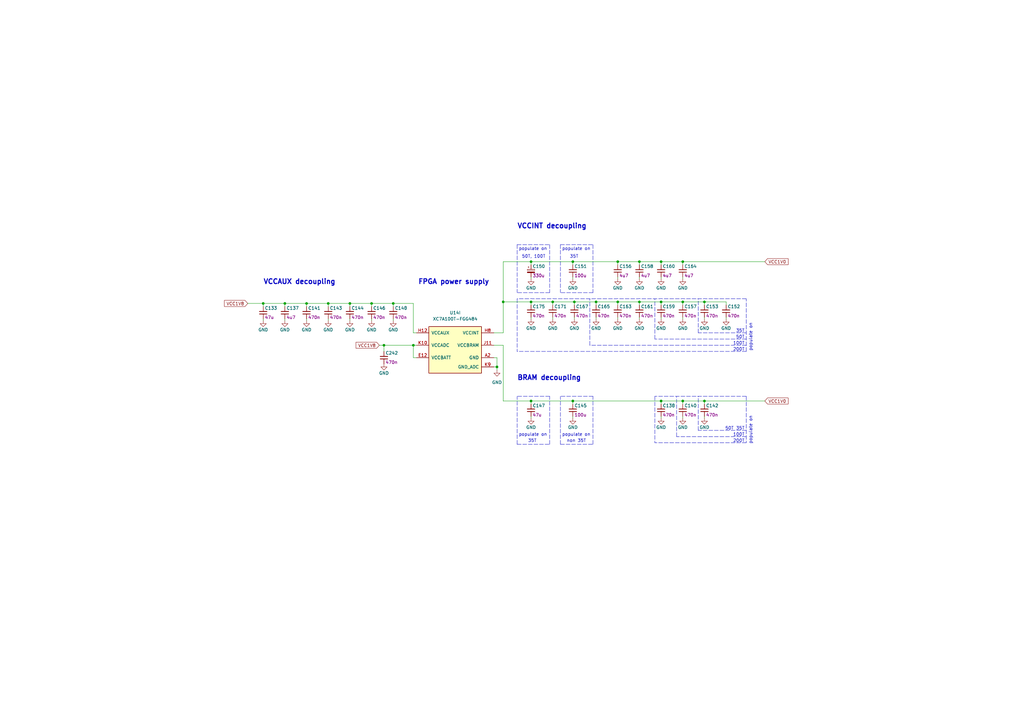
<source format=kicad_sch>
(kicad_sch (version 20211123) (generator eeschema)
  (paper "A3")
  (title_block (title "Artix - Datacenter Secure Control Module (DC-SCM)") (date "2023-06-06") (rev "1.1.0"))
  (junction (at 271.145 123.825))
  (junction (at 217.805 123.825))
  (junction (at 143.51 124.46))
  (junction (at 234.95 107.315))
  (junction (at 288.925 123.825))
  (junction (at 271.145 107.315))
  (junction (at 217.805 164.465))
  (junction (at 280.035 123.825))
  (junction (at 288.925 164.465))
  (junction (at 271.145 164.465))
  (junction (at 235.585 123.825))
  (junction (at 203.835 150.495))
  (junction (at 280.035 164.465))
  (junction (at 244.475 123.825))
  (junction (at 226.695 123.825))
  (junction (at 262.255 107.315))
  (junction (at 217.805 107.315))
  (junction (at 161.29 124.46))
  (junction (at 116.84 124.46))
  (junction (at 169.545 141.605))
  (junction (at 280.035 107.315))
  (junction (at 152.4 124.46))
  (junction (at 253.365 123.825))
  (junction (at 125.73 124.46))
  (junction (at 134.62 124.46))
  (junction (at 107.95 124.46))
  (junction (at 253.365 107.315))
  (junction (at 206.375 123.825))
  (junction (at 157.48 141.605))
  (junction (at 262.255 123.825))
  (junction (at 234.95 164.465))
  (wire (pts (xy 206.375 123.825) (xy 206.375 107.315)))
  (wire (pts (xy 217.805 130.175) (xy 217.805 130.81)))
  (wire (pts (xy 262.255 130.175) (xy 262.255 130.81)))
  (polyline (pts (xy 241.935 141.605) (xy 241.935 122.555)))
  (polyline (pts (xy 306.07 179.07) (xy 277.495 179.07)))
  (wire (pts (xy 161.29 124.46) (xy 161.29 125.73)))
  (wire (pts (xy 107.95 130.81) (xy 107.95 131.445)))
  (wire (pts (xy 271.145 130.175) (xy 271.145 130.81)))
  (polyline (pts (xy 225.425 100.33) (xy 225.425 120.015)))
  (wire (pts (xy 217.805 170.815) (xy 217.805 171.45)))
  (wire (pts (xy 253.365 107.315) (xy 262.255 107.315)))
  (polyline (pts (xy 286.385 136.525) (xy 286.385 122.555)))
  (polyline (pts (xy 306.07 144.145) (xy 212.09 144.145)))
  (polyline (pts (xy 306.07 141.605) (xy 241.935 141.605)))
  (polyline (pts (xy 243.205 162.56) (xy 229.87 162.56)))
  (polyline (pts (xy 306.07 144.145) (xy 306.07 122.555)))
  (wire (pts (xy 155.575 141.605) (xy 157.48 141.605)))
  (polyline (pts (xy 229.87 100.33) (xy 243.205 100.33)))
  (wire (pts (xy 235.585 123.825) (xy 226.695 123.825)))
  (wire (pts (xy 288.925 170.815) (xy 288.925 171.45)))
  (wire (pts (xy 271.145 164.465) (xy 271.145 165.735)))
  (polyline (pts (xy 286.385 176.53) (xy 286.385 162.56)))
  (polyline (pts (xy 229.87 182.245) (xy 229.87 162.56)))
  (wire (pts (xy 202.565 146.685) (xy 203.835 146.685)))
  (wire (pts (xy 297.815 123.825) (xy 288.925 123.825)))
  (polyline (pts (xy 306.07 162.56) (xy 306.07 181.61)))
  (wire (pts (xy 280.035 123.825) (xy 271.145 123.825)))
  (wire (pts (xy 206.375 123.825) (xy 217.805 123.825)))
  (polyline (pts (xy 306.07 122.555) (xy 212.09 122.555)))
  (polyline (pts (xy 225.425 120.015) (xy 212.09 120.015)))
  (wire (pts (xy 202.565 136.525) (xy 206.375 136.525)))
  (wire (pts (xy 134.62 124.46) (xy 143.51 124.46)))
  (polyline (pts (xy 212.09 122.555) (xy 212.09 144.145)))
  (wire (pts (xy 280.035 123.825) (xy 280.035 125.095)))
  (wire (pts (xy 134.62 124.46) (xy 134.62 125.73)))
  (polyline (pts (xy 212.09 182.245) (xy 225.425 182.245)))
  (wire (pts (xy 288.925 123.825) (xy 280.035 123.825)))
  (wire (pts (xy 202.565 150.495) (xy 203.835 150.495)))
  (wire (pts (xy 116.84 124.46) (xy 125.73 124.46)))
  (wire (pts (xy 262.255 107.315) (xy 271.145 107.315)))
  (polyline (pts (xy 225.425 182.245) (xy 225.425 162.56)))
  (wire (pts (xy 235.585 123.825) (xy 244.475 123.825)))
  (polyline (pts (xy 229.87 182.245) (xy 243.205 182.245)))
  (wire (pts (xy 169.545 146.685) (xy 170.815 146.685)))
  (wire (pts (xy 125.73 130.81) (xy 125.73 131.445)))
  (wire (pts (xy 244.475 123.825) (xy 244.475 125.095)))
  (wire (pts (xy 217.805 164.465) (xy 234.95 164.465)))
  (wire (pts (xy 280.035 164.465) (xy 288.925 164.465)))
  (wire (pts (xy 157.48 141.605) (xy 169.545 141.605)))
  (wire (pts (xy 226.695 123.825) (xy 226.695 125.095)))
  (polyline (pts (xy 277.495 179.07) (xy 277.495 162.56)))
  (wire (pts (xy 244.475 123.825) (xy 253.365 123.825)))
  (wire (pts (xy 134.62 130.81) (xy 134.62 131.445)))
  (wire (pts (xy 280.035 170.815) (xy 280.035 171.45)))
  (wire (pts (xy 161.29 124.46) (xy 169.545 124.46)))
  (wire (pts (xy 253.365 114.3) (xy 253.365 113.665)))
  (wire (pts (xy 235.585 123.825) (xy 235.585 125.095)))
  (wire (pts (xy 244.475 130.175) (xy 244.475 130.81)))
  (wire (pts (xy 116.84 124.46) (xy 116.84 125.73)))
  (polyline (pts (xy 306.07 176.53) (xy 286.385 176.53)))
  (wire (pts (xy 157.48 141.605) (xy 157.48 144.145)))
  (wire (pts (xy 271.145 170.815) (xy 271.145 171.45)))
  (wire (pts (xy 152.4 124.46) (xy 161.29 124.46)))
  (wire (pts (xy 217.805 107.315) (xy 234.95 107.315)))
  (wire (pts (xy 271.145 123.825) (xy 262.255 123.825)))
  (wire (pts (xy 271.145 114.3) (xy 271.145 113.665)))
  (wire (pts (xy 107.95 124.46) (xy 116.84 124.46)))
  (wire (pts (xy 280.035 130.175) (xy 280.035 130.81)))
  (wire (pts (xy 288.925 164.465) (xy 288.925 165.735)))
  (wire (pts (xy 234.95 113.665) (xy 234.95 114.3)))
  (polyline (pts (xy 212.09 182.245) (xy 212.09 162.56)))
  (wire (pts (xy 288.925 164.465) (xy 313.69 164.465)))
  (wire (pts (xy 152.4 130.81) (xy 152.4 131.445)))
  (wire (pts (xy 203.835 150.495) (xy 203.835 151.765)))
  (polyline (pts (xy 306.07 162.56) (xy 268.605 162.56)))
  (wire (pts (xy 280.035 164.465) (xy 280.035 165.735)))
  (wire (pts (xy 217.805 164.465) (xy 217.805 165.735)))
  (wire (pts (xy 206.375 107.315) (xy 217.805 107.315)))
  (wire (pts (xy 169.545 141.605) (xy 170.815 141.605)))
  (wire (pts (xy 169.545 124.46) (xy 169.545 136.525)))
  (polyline (pts (xy 212.09 100.33) (xy 225.425 100.33)))
  (wire (pts (xy 206.375 141.605) (xy 206.375 164.465)))
  (wire (pts (xy 271.145 123.825) (xy 271.145 125.095)))
  (wire (pts (xy 288.925 123.825) (xy 288.925 125.095)))
  (wire (pts (xy 280.035 107.315) (xy 313.69 107.315)))
  (polyline (pts (xy 212.09 100.33) (xy 212.09 120.015)))
  (wire (pts (xy 253.365 107.315) (xy 253.365 108.585)))
  (wire (pts (xy 101.6 124.46) (xy 107.95 124.46)))
  (wire (pts (xy 297.815 130.175) (xy 297.815 130.81)))
  (polyline (pts (xy 306.07 139.065) (xy 268.605 139.065)))
  (wire (pts (xy 262.255 123.825) (xy 262.255 125.095)))
  (wire (pts (xy 143.51 124.46) (xy 152.4 124.46)))
  (polyline (pts (xy 225.425 162.56) (xy 212.09 162.56)))
  (wire (pts (xy 203.835 146.685) (xy 203.835 150.495)))
  (wire (pts (xy 217.805 123.825) (xy 226.695 123.825)))
  (wire (pts (xy 116.84 130.81) (xy 116.84 131.445)))
  (wire (pts (xy 253.365 130.175) (xy 253.365 130.81)))
  (wire (pts (xy 297.815 123.825) (xy 297.815 125.095)))
  (wire (pts (xy 262.255 123.825) (xy 253.365 123.825)))
  (wire (pts (xy 234.95 164.465) (xy 271.145 164.465)))
  (wire (pts (xy 169.545 141.605) (xy 169.545 146.685)))
  (polyline (pts (xy 243.205 120.015) (xy 229.87 120.015)))
  (wire (pts (xy 271.145 107.315) (xy 271.145 108.585)))
  (wire (pts (xy 234.95 107.315) (xy 234.95 108.585)))
  (wire (pts (xy 107.95 124.46) (xy 107.95 125.73)))
  (wire (pts (xy 217.805 107.315) (xy 217.805 108.585)))
  (polyline (pts (xy 268.605 162.56) (xy 268.605 181.61)))
  (wire (pts (xy 125.73 124.46) (xy 125.73 125.73)))
  (wire (pts (xy 143.51 124.46) (xy 143.51 125.73)))
  (polyline (pts (xy 243.205 100.33) (xy 243.205 120.015)))
  (wire (pts (xy 202.565 141.605) (xy 206.375 141.605)))
  (wire (pts (xy 262.255 107.315) (xy 262.255 108.585)))
  (wire (pts (xy 206.375 164.465) (xy 217.805 164.465)))
  (wire (pts (xy 234.95 164.465) (xy 234.95 165.735)))
  (wire (pts (xy 152.4 124.46) (xy 152.4 125.73)))
  (wire (pts (xy 235.585 130.175) (xy 235.585 130.81)))
  (polyline (pts (xy 243.205 182.245) (xy 243.205 162.56)))
  (wire (pts (xy 125.73 124.46) (xy 134.62 124.46)))
  (polyline (pts (xy 306.07 136.525) (xy 286.385 136.525)))
  (wire (pts (xy 234.95 107.315) (xy 253.365 107.315)))
  (wire (pts (xy 234.95 170.815) (xy 234.95 171.45)))
  (wire (pts (xy 169.545 136.525) (xy 170.815 136.525)))
  (wire (pts (xy 262.255 114.3) (xy 262.255 113.665)))
  (wire (pts (xy 280.035 114.3) (xy 280.035 113.665)))
  (wire (pts (xy 161.29 130.81) (xy 161.29 131.445)))
  (wire (pts (xy 206.375 136.525) (xy 206.375 123.825)))
  (wire (pts (xy 253.365 123.825) (xy 253.365 125.095)))
  (wire (pts (xy 280.035 107.315) (xy 280.035 108.585)))
  (wire (pts (xy 226.695 130.175) (xy 226.695 130.81)))
  (wire (pts (xy 280.035 164.465) (xy 271.145 164.465)))
  (polyline (pts (xy 229.87 100.33) (xy 229.87 120.015)))
  (wire (pts (xy 288.925 130.175) (xy 288.925 130.81)))
  (wire (pts (xy 143.51 130.81) (xy 143.51 131.445)))
  (wire (pts (xy 217.805 123.825) (xy 217.805 125.095)))
  (polyline (pts (xy 268.605 139.065) (xy 268.605 122.555)))
  (polyline (pts (xy 306.07 181.61) (xy 268.605 181.61)))
  (wire (pts (xy 217.805 113.665) (xy 217.805 114.3)))
  (wire (pts (xy 271.145 107.315) (xy 280.035 107.315)))
  (text "35T\n" (at 305.435 176.53 180) (effects (font (size 1.27 1.27)) (justify right bottom)))
  (text "populate on \n" (at 230.505 179.07 0) (effects (font (size 1.27 1.27)) (justify left bottom)))
  (text "populate on \n" (at 212.725 102.87 0) (effects (font (size 1.27 1.27)) (justify left bottom)))
  (text "200T" (at 305.435 144.145 180) (effects (font (size 1.27 1.27)) (justify right bottom)))
  (text "100T\n" (at 305.435 179.07 180) (effects (font (size 1.27 1.27)) (justify right bottom)))
  (text "35T" (at 216.535 181.61 0) (effects (font (size 1.27 1.27)) (justify left bottom)))
  (text "populate on \n" (at 308.61 131.445 270) (effects (font (size 1.27 1.27)) (justify right bottom)))
  (text "populate on \n" (at 230.505 102.87 0) (effects (font (size 1.27 1.27)) (justify left bottom)))
  (text "35T" (at 233.68 106.045 0) (effects (font (size 1.27 1.27)) (justify left bottom)))
  (text "VCCAUX decoupling" (at 107.95 116.84 0) (effects (font (size 2 2) (thickness 0.4) bold) (justify left bottom)))
  (text "35T\n" (at 305.435 136.525 180) (effects (font (size 1.27 1.27)) (justify right bottom)))
  (text "VCCINT decoupling" (at 212.09 93.98 0) (effects (font (size 2 2) (thickness 0.4) bold) (justify left bottom)))
  (text "50T, 100T" (at 213.995 106.045 0) (effects (font (size 1.27 1.27)) (justify left bottom)))
  (text "FPGA power supply" (at 171.45 116.84 0) (effects (font (size 2 2) (thickness 0.4) bold) (justify left bottom)))
  (text "non 35T" (at 232.41 181.61 0) (effects (font (size 1.27 1.27)) (justify left bottom)))
  (text "populate on \n" (at 308.61 169.545 270) (effects (font (size 1.27 1.27)) (justify right bottom)))
  (text "50T" (at 300.99 176.53 180) (effects (font (size 1.27 1.27)) (justify right bottom)))
  (text "200T" (at 305.435 181.61 180) (effects (font (size 1.27 1.27)) (justify right bottom)))
  (text "100T\n" (at 305.435 141.605 180) (effects (font (size 1.27 1.27)) (justify right bottom)))
  (text "BRAM decoupling" (at 212.09 156.21 0) (effects (font (size 2 2) (thickness 0.4) bold) (justify left bottom)))
  (text "50T" (at 305.435 139.065 180) (effects (font (size 1.27 1.27)) (justify right bottom)))
  (text "populate on \n" (at 212.725 179.07 0) (effects (font (size 1.27 1.27)) (justify left bottom)))
  (global_label "VCC1V0" (shape input) (at 313.69 107.315 0) (property "Intersheet References" "${INTERSHEET_REFS}" (effects hide)))
  (global_label "VCC1V8" (shape input) (at 155.575 141.605 180) (property "Intersheet References" "${INTERSHEET_REFS}" (effects hide)))
  (global_label "VCC1V8" (shape input) (at 101.6 124.46 180) (property "Intersheet References" "${INTERSHEET_REFS}" (effects hide)))
  (global_label "VCC1V0" (shape input) (at 313.69 164.465 0) (property "Intersheet References" "${INTERSHEET_REFS}" (effects hide)))
  (symbol (lib_name "C_470n_0201_4") (lib_id "antmicroCapacitorsmisc:C_470n_0201") (at 297.815 130.175 90) (unit 1)
    (property "Reference" "C152" (at 298.45 125.73 90) (effects (justify right)))
    (property "Value" "C_470n_0201" (effects hide))
    (property "Footprint" "antmicro-footprints:C_0201" (effects hide))
    (property "Datasheet" " " (effects hide))
    (property "Manufacturer" "TDK" (effects hide))
    (property "MPN" "C0603X5R1A474M030BC" (effects hide))
    (property "Val" "470n" (at 298.45 129.54 90) (effects (justify right)))
    (property "License" "Apache-2.0" (effects hide))
    (property "Author" "Antmicro" (effects hide))
  )
  (symbol (lib_name "C_470n_0201_6") (lib_id "antmicroCapacitorsmisc:C_470n_0201") (at 288.925 130.175 90) (unit 1)
    (property "Reference" "C153" (at 289.56 125.73 90) (effects (justify right)))
    (property "Value" "C_470n_0201" (effects hide))
    (property "Footprint" "antmicro-footprints:C_0201" (effects hide))
    (property "Datasheet" " " (effects hide))
    (property "Manufacturer" "TDK" (effects hide))
    (property "MPN" "C0603X5R1A474M030BC" (effects hide))
    (property "Val" "470n" (at 289.56 129.54 90) (effects (justify right)))
    (property "License" "Apache-2.0" (effects hide))
    (property "Author" "Antmicro" (effects hide))
  )
  (symbol (lib_name "C_470n_0201_7") (lib_id "antmicroCapacitorsmisc:C_470n_0201") (at 280.035 130.175 90) (unit 1)
    (property "Reference" "C157" (at 280.67 125.73 90) (effects (justify right)))
    (property "Value" "C_470n_0201" (effects hide))
    (property "Footprint" "antmicro-footprints:C_0201" (effects hide))
    (property "Datasheet" " " (effects hide))
    (property "Manufacturer" "TDK" (effects hide))
    (property "MPN" "C0603X5R1A474M030BC" (effects hide))
    (property "Val" "470n" (at 280.67 129.54 90) (effects (justify right)))
    (property "License" "Apache-2.0" (effects hide))
    (property "Author" "Antmicro" (effects hide))
  )
  (symbol (lib_name "C_470n_0201_12") (lib_id "antmicroCapacitorsmisc:C_470n_0201") (at 271.145 130.175 90) (unit 1)
    (property "Reference" "C159" (at 271.78 125.73 90) (effects (justify right)))
    (property "Value" "C_470n_0201" (effects hide))
    (property "Footprint" "antmicro-footprints:C_0201" (effects hide))
    (property "Datasheet" " " (effects hide))
    (property "Manufacturer" "TDK" (effects hide))
    (property "MPN" "C0603X5R1A474M030BC" (effects hide))
    (property "Val" "470n" (at 271.78 129.54 90) (effects (justify right)))
    (property "License" "Apache-2.0" (effects hide))
    (property "Author" "Antmicro" (effects hide))
  )
  (symbol (lib_name "C_470n_0201_11") (lib_id "antmicroCapacitorsmisc:C_470n_0201") (at 262.255 130.175 90) (unit 1)
    (property "Reference" "C161" (at 262.89 125.73 90) (effects (justify right)))
    (property "Value" "C_470n_0201" (effects hide))
    (property "Footprint" "antmicro-footprints:C_0201" (effects hide))
    (property "Datasheet" " " (effects hide))
    (property "Manufacturer" "TDK" (effects hide))
    (property "MPN" "C0603X5R1A474M030BC" (effects hide))
    (property "Val" "470n" (at 262.89 129.54 90) (effects (justify right)))
    (property "License" "Apache-2.0" (effects hide))
    (property "Author" "Antmicro" (effects hide))
  )
  (symbol (lib_name "C_470n_0201_9") (lib_id "antmicroCapacitorsmisc:C_470n_0201") (at 253.365 130.175 90) (unit 1)
    (property "Reference" "C163" (at 254 125.73 90) (effects (justify right)))
    (property "Value" "C_470n_0201" (effects hide))
    (property "Footprint" "antmicro-footprints:C_0201" (effects hide))
    (property "Datasheet" " " (effects hide))
    (property "Manufacturer" "TDK" (effects hide))
    (property "MPN" "C0603X5R1A474M030BC" (effects hide))
    (property "Val" "470n" (at 254 129.54 90) (effects (justify right)))
    (property "License" "Apache-2.0" (effects hide))
    (property "Author" "Antmicro" (effects hide))
  )
  (symbol (lib_name "C_470n_0201_10") (lib_id "antmicroCapacitorsmisc:C_470n_0201") (at 244.475 130.175 90) (unit 1)
    (property "Reference" "C165" (at 245.11 125.73 90) (effects (justify right)))
    (property "Value" "C_470n_0201" (effects hide))
    (property "Footprint" "antmicro-footprints:C_0201" (effects hide))
    (property "Datasheet" " " (effects hide))
    (property "Manufacturer" "TDK" (effects hide))
    (property "MPN" "C0603X5R1A474M030BC" (effects hide))
    (property "Val" "470n" (at 245.11 129.54 90) (effects (justify right)))
    (property "License" "Apache-2.0" (effects hide))
    (property "Author" "Antmicro" (effects hide))
  )
  (symbol (lib_name "C_470n_0402_20") (lib_id "antmicroCapacitors0402:C_470n_0402") (at 235.585 130.175 90) (unit 1)
    (property "Reference" "C167" (at 236.22 125.73 90) (effects (justify right)))
    (property "Value" "C_470n_0402" (effects hide))
    (property "Footprint" "antmicro-footprints:C_0402_1005Metric" (effects hide))
    (property "Datasheet" " " (effects hide))
    (property "Manufacturer" "TDK" (effects hide))
    (property "MPN" "C1005X5R1E474M050BB" (effects hide))
    (property "Val" "470n" (at 236.22 129.54 90) (effects (justify right)))
    (property "License" "Apache-2.0" (effects hide))
    (property "Author" "Antmicro" (effects hide))
  )
  (symbol (lib_name "C_470n_0201_8") (lib_id "antmicroCapacitorsmisc:C_470n_0201") (at 226.695 130.175 90) (unit 1)
    (property "Reference" "C171" (at 227.33 125.73 90) (effects (justify right)))
    (property "Value" "C_470n_0201" (effects hide))
    (property "Footprint" "antmicro-footprints:C_0201" (effects hide))
    (property "Datasheet" " " (effects hide))
    (property "Manufacturer" "TDK" (effects hide))
    (property "MPN" "C0603X5R1A474M030BC" (effects hide))
    (property "Val" "470n" (at 227.33 129.54 90) (effects (justify right)))
    (property "License" "Apache-2.0" (effects hide))
    (property "Author" "Antmicro" (effects hide))
  )
  (symbol (lib_name "C_470n_0201_5") (lib_id "antmicroCapacitorsmisc:C_470n_0201") (at 217.805 130.175 90) (unit 1)
    (property "Reference" "C175" (at 218.44 125.73 90) (effects (justify right)))
    (property "Value" "C_470n_0201" (effects hide))
    (property "Footprint" "antmicro-footprints:C_0201" (effects hide))
    (property "Datasheet" " " (effects hide))
    (property "Manufacturer" "TDK" (effects hide))
    (property "MPN" "C0603X5R1A474M030BC" (effects hide))
    (property "Val" "470n" (at 218.44 129.54 90) (effects (justify right)))
    (property "License" "Apache-2.0" (effects hide))
    (property "Author" "Antmicro" (effects hide))
  )
  (symbol (lib_name "C_470n_0201_3") (lib_id "antmicroCapacitorsmisc:C_470n_0201") (at 271.145 170.815 90) (unit 1)
    (property "Reference" "C138" (at 271.78 166.37 90) (effects (justify right)))
    (property "Value" "C_470n_0201" (effects hide))
    (property "Footprint" "antmicro-footprints:C_0201" (effects hide))
    (property "Datasheet" " " (effects hide))
    (property "Manufacturer" "TDK" (effects hide))
    (property "MPN" "C0603X5R1A474M030BC" (effects hide))
    (property "Val" "470n" (at 271.78 170.18 90) (effects (justify right)))
    (property "License" "Apache-2.0" (effects hide))
    (property "Author" "Antmicro" (effects hide))
  )
  (symbol (lib_name "C_470n_0402_19") (lib_id "antmicroCapacitors0402:C_470n_0402") (at 280.035 170.815 90) (unit 1)
    (property "Reference" "C140" (at 280.67 166.37 90) (effects (justify right)))
    (property "Value" "C_470n_0402" (effects hide))
    (property "Footprint" "antmicro-footprints:C_0402_1005Metric" (effects hide))
    (property "Datasheet" " " (effects hide))
    (property "Manufacturer" "TDK" (effects hide))
    (property "MPN" "C1005X5R1E474M050BB" (effects hide))
    (property "Val" "470n" (at 280.67 170.18 90) (effects (justify right)))
    (property "License" "Apache-2.0" (effects hide))
    (property "Author" "Antmicro" (effects hide))
  )
  (symbol (lib_name "C_470n_0201_2") (lib_id "antmicroCapacitorsmisc:C_470n_0201") (at 288.925 170.815 90) (unit 1)
    (property "Reference" "C142" (at 289.56 166.37 90) (effects (justify right)))
    (property "Value" "C_470n_0201" (effects hide))
    (property "Footprint" "antmicro-footprints:C_0201" (effects hide))
    (property "Datasheet" " " (effects hide))
    (property "Manufacturer" "TDK" (effects hide))
    (property "MPN" "C0603X5R1A474M030BC" (effects hide))
    (property "Val" "470n" (at 289.56 170.18 90) (effects (justify right)))
    (property "License" "Apache-2.0" (effects hide))
    (property "Author" "Antmicro" (effects hide))
  )
  (symbol (lib_name "C_470n_0402_15") (lib_id "antmicroCapacitors0402:C_470n_0402") (at 134.62 130.81 90) (unit 1)
    (property "Reference" "C143" (at 135.255 126.365 90) (effects (justify right)))
    (property "Value" "C_470n_0402" (effects hide))
    (property "Footprint" "antmicro-footprints:C_0402_1005Metric" (effects hide))
    (property "Datasheet" " " (effects hide))
    (property "Manufacturer" "TDK" (effects hide))
    (property "MPN" "C1005X5R1E474M050BB" (effects hide))
    (property "Val" "470n" (at 135.255 130.175 90) (effects (justify right)))
    (property "License" "Apache-2.0" (effects hide))
    (property "Author" "Antmicro" (effects hide))
  )
  (symbol (lib_name "C_470n_0402_16") (lib_id "antmicroCapacitors0402:C_470n_0402") (at 143.51 130.81 90) (unit 1)
    (property "Reference" "C144" (at 144.145 126.365 90) (effects (justify right)))
    (property "Value" "C_470n_0402" (effects hide))
    (property "Footprint" "antmicro-footprints:C_0402_1005Metric" (effects hide))
    (property "Datasheet" " " (effects hide))
    (property "Manufacturer" "TDK" (effects hide))
    (property "MPN" "C1005X5R1E474M050BB" (effects hide))
    (property "Val" "470n" (at 144.145 130.175 90) (effects (justify right)))
    (property "License" "Apache-2.0" (effects hide))
    (property "Author" "Antmicro" (effects hide))
  )
  (symbol (lib_name "C_470n_0201_1") (lib_id "antmicroCapacitorsmisc:C_470n_0201") (at 152.4 130.81 90) (unit 1)
    (property "Reference" "C146" (at 153.035 126.365 90) (effects (justify right)))
    (property "Value" "C_470n_0201" (effects hide))
    (property "Footprint" "antmicro-footprints:C_0201" (effects hide))
    (property "Datasheet" " " (effects hide))
    (property "Manufacturer" "TDK" (effects hide))
    (property "MPN" "C0603X5R1A474M030BC" (effects hide))
    (property "Val" "470n" (at 153.035 130.175 90) (effects (justify right)))
    (property "License" "Apache-2.0" (effects hide))
    (property "Author" "Antmicro" (effects hide))
  )
  (symbol (lib_name "C_470n_0402_18") (lib_id "antmicroCapacitors0402:C_470n_0402") (at 161.29 130.81 90) (unit 1)
    (property "Reference" "C148" (at 161.925 126.365 90) (effects (justify right)))
    (property "Value" "C_470n_0402" (effects hide))
    (property "Footprint" "antmicro-footprints:C_0402_1005Metric" (effects hide))
    (property "Datasheet" " " (effects hide))
    (property "Manufacturer" "TDK" (effects hide))
    (property "MPN" "C1005X5R1E474M050BB" (effects hide))
    (property "Val" "470n" (at 161.925 130.175 90) (effects (justify right)))
    (property "License" "Apache-2.0" (effects hide))
    (property "Author" "Antmicro" (effects hide))
  )
  (symbol (lib_name "C_470n_0402_17") (lib_id "antmicroCapacitors0402:C_470n_0402") (at 125.73 130.81 90) (unit 1)
    (property "Reference" "C141" (at 126.365 126.365 90) (effects (justify right)))
    (property "Value" "C_470n_0402" (effects hide))
    (property "Footprint" "antmicro-footprints:C_0402_1005Metric" (effects hide))
    (property "Datasheet" " " (effects hide))
    (property "Manufacturer" "TDK" (effects hide))
    (property "MPN" "C1005X5R1E474M050BB" (effects hide))
    (property "Val" "470n" (at 126.365 130.175 90) (effects (justify right)))
    (property "License" "Apache-2.0" (effects hide))
    (property "Author" "Antmicro" (effects hide))
  )
  (symbol (lib_id "antmicroCapacitorsmisc:C_470n_0201") (at 157.48 149.225 90) (unit 1)
    (property "Reference" "C242" (at 158.115 144.78 90) (effects (justify right)))
    (property "Value" "C_470n_0201" (effects hide))
    (property "Footprint" "antmicro-footprints:C_0201" (effects hide))
    (property "Datasheet" " " (effects hide))
    (property "Manufacturer" "TDK" (effects hide))
    (property "MPN" "C0603X5R1A474M030BC" (effects hide))
    (property "Val" "470n" (at 158.115 148.59 90) (effects (justify right)))
    (property "License" "Apache-2.0" (effects hide))
    (property "Author" "Antmicro" (effects hide))
  )
  (symbol (lib_id "antmicropower:GND") (at 157.48 149.225 0) (unit 1)
    (property "Reference" "#PWR0127" (effects hide))
    (property "Value" "GND" (at 157.48 153.035 0))
  )
  (symbol (lib_id "antmicroMicrocontrollers:XC7A100T-FGG484") (at 170.815 136.525 0) (unit 9)
    (property "Reference" "U14" (at 186.69 128.27 0))
    (property "Value" "XC7A100T-FGG484" (at 186.69 130.81 0))
    (property "Footprint" "antmicro-footprints:BGA-484_23x23mm_Layout22x22_P1mm_Xilinx_FGG484" (effects hide))
    (property "Datasheet" "https://docs.xilinx.com/v/u/en-US/ds181_Artix_7_Data_Sheet" (effects hide))
    (property "MPN" "XC7A100T-FGG484" (effects hide))
    (property "Manufacturer" "Xilinx" (effects hide))
    (property "Author" "Antmicro" (effects hide))
    (property "License" "Apache-2.0" (effects hide))
  )
  (symbol (lib_name "C_47u_1210_4") (lib_id "antmicroCapacitorsmisc:C_47u_1210") (at 107.95 130.81 90) (unit 1)
    (property "Reference" "C133" (at 108.585 126.365 90) (effects (justify right)))
    (property "Value" "C_47u_1210" (effects hide))
    (property "Footprint" "antmicro-footprints:C_1210_3225Metric" (effects hide))
    (property "Datasheet" " " (effects hide))
    (property "Manufacturer" "KEMET" (effects hide))
    (property "MPN" "C1210C476K8RACTU" (effects hide))
    (property "Val" "47u" (at 108.585 130.175 90) (effects (justify right)))
    (property "License" "Apache-2.0" (effects hide))
    (property "Author" "Antmicro" (effects hide))
  )
  (symbol (lib_name "C_4u7_0603_5") (lib_id "antmicroCapacitors0603:C_4u7_0603") (at 116.84 130.81 90) (unit 1)
    (property "Reference" "C137" (at 117.475 126.365 90) (effects (justify right)))
    (property "Value" "C_4u7_0603" (effects hide))
    (property "Footprint" "antmicro-footprints:C_0603_1608Metric" (effects hide))
    (property "Datasheet" " " (effects hide))
    (property "Manufacturer" "TDK" (effects hide))
    (property "MPN" "C1608X5R1V475M080AC" (effects hide))
    (property "Val" "4u7" (at 117.475 130.175 90) (effects (justify right)))
    (property "License" "Apache-2.0" (effects hide))
    (property "Author" "Antmicro" (effects hide))
  )
  (symbol (lib_name "C_100u_1210_1") (lib_id "antmicroCapacitorsmisc:C_100u_1210") (at 234.95 170.815 90) (unit 1)
    (property "Reference" "C145" (at 235.585 166.37 90) (effects (justify right)))
    (property "Value" "C_100u_1210" (effects hide))
    (property "Footprint" "antmicro-footprints:C_1210_3225Metric" (effects hide))
    (property "Datasheet" " " (effects hide))
    (property "Manufacturer" "Samsung" (effects hide))
    (property "MPN" "CL32A107MQVNNNE" (effects hide))
    (property "Val" "100u" (at 235.585 170.18 90) (effects (justify right)))
    (property "License" "Apache-2.0" (effects hide))
    (property "Author" "Antmicro" (effects hide))
  )
  (symbol (lib_name "C_47u_1210_5") (lib_id "antmicroCapacitorsmisc:C_47u_1210") (at 217.805 170.815 90) (unit 1)
    (property "Reference" "C147" (at 218.44 166.37 90) (effects (justify right)))
    (property "Value" "C_47u_1210" (effects hide))
    (property "Footprint" "antmicro-footprints:C_1210_3225Metric" (effects hide))
    (property "Datasheet" " " (effects hide))
    (property "Manufacturer" "KEMET" (effects hide))
    (property "MPN" "C1210C476K8RACTU" (effects hide))
    (property "Val" "47u" (at 218.44 170.18 90) (effects (justify right)))
    (property "License" "Apache-2.0" (effects hide))
    (property "Author" "Antmicro" (effects hide))
  )
  (symbol (lib_id "antmicroCapacitorspol:C_330u_KEMET_D") (at 217.805 108.585 0) (unit 1)
    (property "Reference" "C150" (at 218.44 109.22 0) (effects (justify left)))
    (property "Value" "C_330u_KEMET_D" (effects hide))
    (property "Footprint" "antmicro-footprints:KEMET_D" (effects hide))
    (property "Datasheet" " " (effects hide))
    (property "Manufacturer" "KEMET" (effects hide))
    (property "MPN" "T520D337M006ATE045" (effects hide))
    (property "Val" "330u" (at 218.44 113.03 0) (effects (justify left)))
    (property "License" "Apache-2.0" (effects hide))
    (property "Author" "Antmicro" (effects hide))
  )
  (symbol (lib_name "C_4u7_0603_9") (lib_id "antmicroCapacitors0603:C_4u7_0603") (at 253.365 113.665 90) (unit 1)
    (property "Reference" "C156" (at 254 109.22 90) (effects (justify right)))
    (property "Value" "C_4u7_0603" (effects hide))
    (property "Footprint" "antmicro-footprints:C_0603_1608Metric" (effects hide))
    (property "Datasheet" " " (effects hide))
    (property "Manufacturer" "TDK" (effects hide))
    (property "MPN" "C1608X5R1V475M080AC" (effects hide))
    (property "Val" "4u7" (at 254 113.03 90) (effects (justify right)))
    (property "License" "Apache-2.0" (effects hide))
    (property "Author" "Antmicro" (effects hide))
  )
  (symbol (lib_name "C_4u7_0603_10") (lib_id "antmicroCapacitors0603:C_4u7_0603") (at 262.255 113.665 90) (unit 1)
    (property "Reference" "C158" (at 262.89 109.22 90) (effects (justify right)))
    (property "Value" "C_4u7_0603" (effects hide))
    (property "Footprint" "antmicro-footprints:C_0603_1608Metric" (effects hide))
    (property "Datasheet" " " (effects hide))
    (property "Manufacturer" "TDK" (effects hide))
    (property "MPN" "C1608X5R1V475M080AC" (effects hide))
    (property "Val" "4u7" (at 262.89 113.03 90) (effects (justify right)))
    (property "License" "Apache-2.0" (effects hide))
    (property "Author" "Antmicro" (effects hide))
  )
  (symbol (lib_name "C_4u7_0603_7") (lib_id "antmicroCapacitors0603:C_4u7_0603") (at 271.145 113.665 90) (unit 1)
    (property "Reference" "C160" (at 271.78 109.22 90) (effects (justify right)))
    (property "Value" "C_4u7_0603" (effects hide))
    (property "Footprint" "antmicro-footprints:C_0603_1608Metric" (effects hide))
    (property "Datasheet" " " (effects hide))
    (property "Manufacturer" "TDK" (effects hide))
    (property "MPN" "C1608X5R1V475M080AC" (effects hide))
    (property "Val" "4u7" (at 271.78 113.03 90) (effects (justify right)))
    (property "License" "Apache-2.0" (effects hide))
    (property "Author" "Antmicro" (effects hide))
  )
  (symbol (lib_name "C_4u7_0603_8") (lib_id "antmicroCapacitors0603:C_4u7_0603") (at 280.035 113.665 90) (unit 1)
    (property "Reference" "C164" (at 280.67 109.22 90) (effects (justify right)))
    (property "Value" "C_4u7_0603" (effects hide))
    (property "Footprint" "antmicro-footprints:C_0603_1608Metric" (effects hide))
    (property "Datasheet" " " (effects hide))
    (property "Manufacturer" "TDK" (effects hide))
    (property "MPN" "C1608X5R1V475M080AC" (effects hide))
    (property "Val" "4u7" (at 280.67 113.03 90) (effects (justify right)))
    (property "License" "Apache-2.0" (effects hide))
    (property "Author" "Antmicro" (effects hide))
  )
  (symbol (lib_id "antmicroCapacitorsmisc:C_100u_1210") (at 234.95 113.665 90) (unit 1)
    (property "Reference" "C151" (at 235.585 109.22 90) (effects (justify right)))
    (property "Value" "C_100u_1210" (effects hide))
    (property "Footprint" "antmicro-footprints:C_1210_3225Metric" (effects hide))
    (property "Datasheet" " " (effects hide))
    (property "Manufacturer" "Samsung" (effects hide))
    (property "MPN" "CL32A107MQVNNNE" (effects hide))
    (property "Val" "100u" (at 235.585 113.03 90) (effects (justify right)))
    (property "License" "Apache-2.0" (effects hide))
    (property "Author" "Antmicro" (effects hide))
  )
  (symbol (lib_id "antmicropower:GND") (at 217.805 114.3 0) (unit 1)
    (property "Reference" "#PWR077" (effects hide))
    (property "Value" "GND" (at 217.805 118.11 0))
  )
  (symbol (lib_id "antmicropower:GND") (at 288.925 171.45 0) (mirror y) (unit 1)
    (property "Reference" "#PWR0198" (effects hide))
    (property "Value" "GND" (at 288.925 175.26 0))
  )
  (symbol (lib_id "antmicropower:GND") (at 280.035 114.3 0) (mirror y) (unit 1)
    (property "Reference" "#PWR0184" (effects hide))
    (property "Value" "GND" (at 280.035 118.11 0))
  )
  (symbol (lib_id "antmicropower:GND") (at 262.255 114.3 0) (mirror y) (unit 1)
    (property "Reference" "#PWR0196" (effects hide))
    (property "Value" "GND" (at 262.255 118.11 0))
  )
  (symbol (lib_id "antmicropower:GND") (at 125.73 131.445 0) (mirror y) (unit 1)
    (property "Reference" "#PWR0210" (effects hide))
    (property "Value" "GND" (at 125.73 135.255 0))
  )
  (symbol (lib_id "antmicropower:GND") (at 288.925 130.81 0) (mirror y) (unit 1)
    (property "Reference" "#PWR0185" (effects hide))
    (property "Value" "GND" (at 288.925 134.62 0))
  )
  (symbol (lib_id "antmicropower:GND") (at 134.62 131.445 0) (mirror y) (unit 1)
    (property "Reference" "#PWR0209" (effects hide))
    (property "Value" "GND" (at 134.62 135.255 0))
  )
  (symbol (lib_id "antmicropower:GND") (at 280.035 130.81 0) (mirror y) (unit 1)
    (property "Reference" "#PWR0186" (effects hide))
    (property "Value" "GND" (at 280.035 134.62 0))
  )
  (symbol (lib_id "antmicropower:GND") (at 234.95 171.45 0) (unit 1)
    (property "Reference" "#PWR0202" (effects hide))
    (property "Value" "GND" (at 234.95 175.26 0))
  )
  (symbol (lib_id "antmicropower:GND") (at 262.255 130.81 0) (mirror y) (unit 1)
    (property "Reference" "#PWR0195" (effects hide))
    (property "Value" "GND" (at 262.255 134.62 0))
  )
  (symbol (lib_id "antmicropower:GND") (at 235.585 130.81 0) (mirror y) (unit 1)
    (property "Reference" "#PWR0189" (effects hide))
    (property "Value" "GND" (at 235.585 134.62 0))
  )
  (symbol (lib_id "antmicropower:GND") (at 116.84 131.445 0) (mirror y) (unit 1)
    (property "Reference" "#PWR0208" (effects hide))
    (property "Value" "GND" (at 116.84 135.255 0))
  )
  (symbol (lib_id "antmicropower:GND") (at 297.815 130.81 0) (mirror y) (unit 1)
    (property "Reference" "#PWR0187" (effects hide))
    (property "Value" "GND" (at 297.815 134.62 0))
  )
  (symbol (lib_id "antmicropower:GND") (at 143.51 131.445 0) (mirror y) (unit 1)
    (property "Reference" "#PWR0207" (effects hide))
    (property "Value" "GND" (at 143.51 135.255 0))
  )
  (symbol (lib_id "antmicropower:GND") (at 253.365 130.81 0) (mirror y) (unit 1)
    (property "Reference" "#PWR0201" (effects hide))
    (property "Value" "GND" (at 253.365 134.62 0))
  )
  (symbol (lib_id "antmicropower:GND") (at 271.145 114.3 0) (mirror y) (unit 1)
    (property "Reference" "#PWR0197" (effects hide))
    (property "Value" "GND" (at 271.145 118.11 0))
  )
  (symbol (lib_id "antmicropower:GND") (at 234.95 114.3 0) (unit 1)
    (property "Reference" "#PWR0192" (effects hide))
    (property "Value" "GND" (at 234.95 118.11 0))
  )
  (symbol (lib_id "antmicropower:GND") (at 280.035 171.45 0) (mirror y) (unit 1)
    (property "Reference" "#PWR0199" (effects hide))
    (property "Value" "GND" (at 280.035 175.26 0))
  )
  (symbol (lib_id "antmicropower:GND") (at 107.95 131.445 0) (mirror y) (unit 1)
    (property "Reference" "#PWR0205" (effects hide))
    (property "Value" "GND" (at 107.95 135.255 0))
  )
  (symbol (lib_id "antmicropower:GND") (at 161.29 131.445 0) (mirror y) (unit 1)
    (property "Reference" "#PWR0211" (effects hide))
    (property "Value" "GND" (at 161.29 135.255 0))
  )
  (symbol (lib_id "antmicropower:GND") (at 152.4 131.445 0) (mirror y) (unit 1)
    (property "Reference" "#PWR0206" (effects hide))
    (property "Value" "GND" (at 152.4 135.255 0))
  )
  (symbol (lib_id "antmicropower:GND") (at 217.805 171.45 0) (unit 1)
    (property "Reference" "#PWR0204" (effects hide))
    (property "Value" "GND" (at 217.805 175.26 0))
  )
  (symbol (lib_id "antmicropower:GND") (at 244.475 130.81 0) (mirror y) (unit 1)
    (property "Reference" "#PWR0203" (effects hide))
    (property "Value" "GND" (at 244.475 134.62 0))
  )
  (symbol (lib_id "antmicropower:GND") (at 271.145 171.45 0) (mirror y) (unit 1)
    (property "Reference" "#PWR0200" (effects hide))
    (property "Value" "GND" (at 271.145 175.26 0))
  )
  (symbol (lib_id "antmicropower:GND") (at 217.805 130.81 0) (mirror y) (unit 1)
    (property "Reference" "#PWR0190" (effects hide))
    (property "Value" "GND" (at 217.805 134.62 0))
  )
  (symbol (lib_id "antmicropower:GND") (at 253.365 114.3 0) (mirror y) (unit 1)
    (property "Reference" "#PWR0193" (effects hide))
    (property "Value" "GND" (at 253.365 118.11 0))
  )
  (symbol (lib_id "antmicropower:GND") (at 226.695 130.81 0) (mirror y) (unit 1)
    (property "Reference" "#PWR0191" (effects hide))
    (property "Value" "GND" (at 226.695 134.62 0))
  )
  (symbol (lib_id "antmicropower:GND") (at 203.835 151.765 0) (unit 1)
    (property "Reference" "#PWR0188" (effects hide))
    (property "Value" "GND" (at 203.835 156.845 0))
  )
  (symbol (lib_id "antmicropower:GND") (at 271.145 130.81 0) (mirror y) (unit 1)
    (property "Reference" "#PWR0194" (effects hide))
    (property "Value" "GND" (at 271.145 134.62 0))
  )
)
</source>
